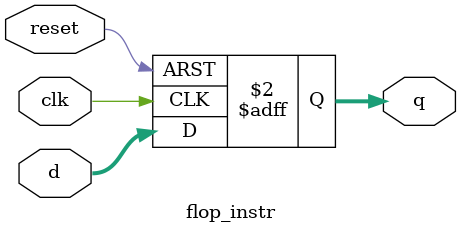
<source format=sv>
 module flop_instr #(parameter WIDTH = 8)
                        (input    logic                     clk, reset,
                         input    logic [WIDTH-1:0] d,
                         output logic [WIDTH-1:0] q);
    always_ff @(posedge clk, posedge reset)
                       if (reset) q <= 0;
                       else           q <= d;
endmodule
</source>
